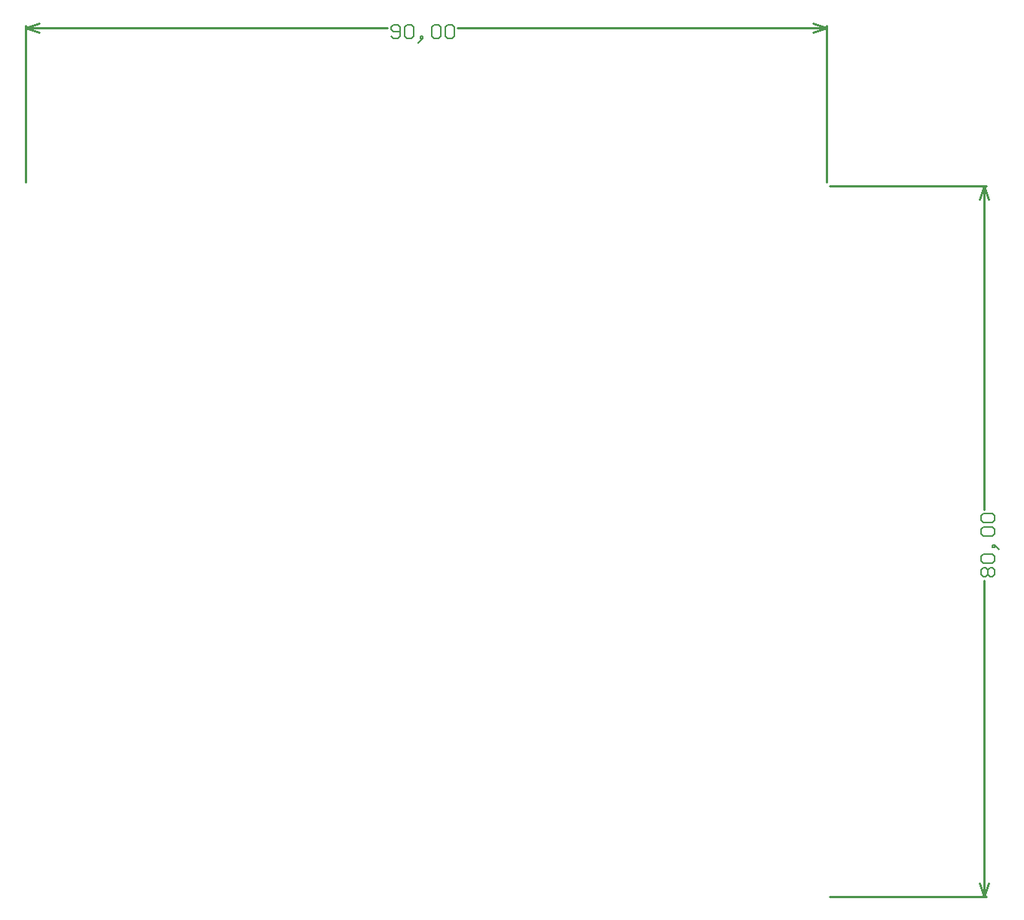
<source format=gm1>
G04*
G04 #@! TF.GenerationSoftware,Altium Limited,Altium Designer,19.1.8 (144)*
G04*
G04 Layer_Color=16711935*
%FSAX25Y25*%
%MOIN*%
G70*
G01*
G75*
%ADD28C,0.00600*%
%ADD62C,0.01000*%
D28*
X0536608Y0243263D02*
X0535608Y0244263D01*
Y0246262D01*
X0536608Y0247262D01*
X0537608D01*
X0538608Y0246262D01*
X0539607Y0247262D01*
X0540607D01*
X0541607Y0246262D01*
Y0244263D01*
X0540607Y0243263D01*
X0539607D01*
X0538608Y0244263D01*
X0537608Y0243263D01*
X0536608D01*
X0538608Y0244263D02*
Y0246262D01*
X0536608Y0249261D02*
X0535608Y0250260D01*
Y0252260D01*
X0536608Y0253259D01*
X0540607D01*
X0541607Y0252260D01*
Y0250260D01*
X0540607Y0249261D01*
X0536608D01*
X0542606Y0256259D02*
X0541607Y0257258D01*
X0540607D01*
Y0256259D01*
X0541607D01*
Y0257258D01*
X0542606Y0256259D01*
X0543606Y0255259D01*
X0536608Y0261257D02*
X0535608Y0262257D01*
Y0264256D01*
X0536608Y0265256D01*
X0540607D01*
X0541607Y0264256D01*
Y0262257D01*
X0540607Y0261257D01*
X0536608D01*
Y0267255D02*
X0535608Y0268255D01*
Y0270254D01*
X0536608Y0271254D01*
X0540607D01*
X0541607Y0270254D01*
Y0268255D01*
X0540607Y0267255D01*
X0536608D01*
X0274562Y0482621D02*
X0275562Y0481622D01*
X0277561D01*
X0278561Y0482621D01*
Y0486620D01*
X0277561Y0487620D01*
X0275562D01*
X0274562Y0486620D01*
Y0485620D01*
X0275562Y0484621D01*
X0278561D01*
X0280560Y0486620D02*
X0281560Y0487620D01*
X0283559D01*
X0284559Y0486620D01*
Y0482621D01*
X0283559Y0481622D01*
X0281560D01*
X0280560Y0482621D01*
Y0486620D01*
X0287558Y0480622D02*
X0288558Y0481622D01*
Y0482621D01*
X0287558D01*
Y0481622D01*
X0288558D01*
X0287558Y0480622D01*
X0286558Y0479622D01*
X0292556Y0486620D02*
X0293556Y0487620D01*
X0295555D01*
X0296555Y0486620D01*
Y0482621D01*
X0295555Y0481622D01*
X0293556D01*
X0292556Y0482621D01*
Y0486620D01*
X0298554D02*
X0299554Y0487620D01*
X0301553D01*
X0302553Y0486620D01*
Y0482621D01*
X0301553Y0481622D01*
X0299554D01*
X0298554Y0482621D01*
Y0486620D01*
D62*
X0537008Y0416339D02*
X0539008Y0410339D01*
X0535008D02*
X0537008Y0416339D01*
X0535008Y0107378D02*
X0537008Y0101378D01*
X0539008Y0107378D01*
X0537008Y0272854D02*
Y0416339D01*
Y0101378D02*
Y0241663D01*
X0468716Y0416339D02*
X0538008D01*
X0468717Y0101378D02*
X0538008D01*
X0112992Y0486221D02*
X0118992Y0488221D01*
X0112992Y0486221D02*
X0118992Y0484221D01*
X0461323D02*
X0467323Y0486221D01*
X0461323Y0488221D02*
X0467323Y0486221D01*
X0112992D02*
X0272962D01*
X0304153D02*
X0467323D01*
X0112992Y0417732D02*
Y0487220D01*
X0467323Y0417732D02*
Y0487220D01*
M02*

</source>
